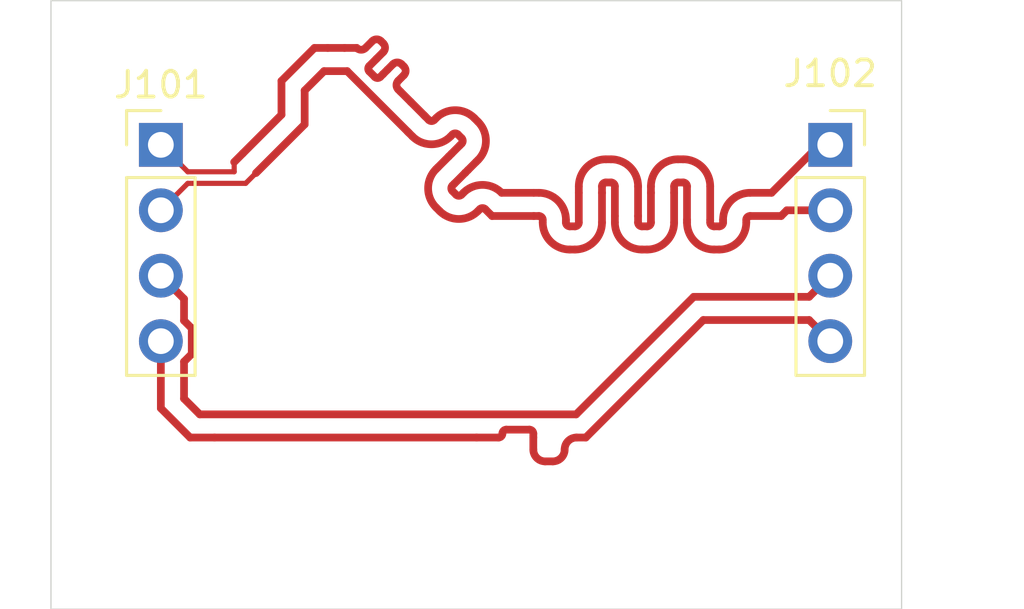
<source format=kicad_pcb>
(kicad_pcb (version 20240108) (generator "pcbnew") (generator_version "8.0")
  (layers (0 "F.Cu" signal) (31 "B.Cu" signal) (34 "B.Paste" user) (35 "F.Paste" user) (36 "B.SilkS" user "B.Silkscreen") (37 "F.SilkS" user "F.Silkscreen") (38 "B.Mask" user) (39 "F.Mask" user) (44 "Edge.Cuts" user))
  (net 0 "")
  (net 1 "/TEST2_P")
  (net 2 "/TEST1_P")
  (net 3 "/TEST1_N")
  (net 4 "/TEST2_N")
  (footprint "Connector_PinHeader_2.54mm:PinHeader_1x04_P2.54mm_Vertical" (layer "F.Cu") (at 88.085 -712.968)
    (property "Reference" "J101" (at 0 -2.33 0) (layer "F.SilkS"))
    (property "Value" "Conn_01x04_Pin")
    (fp_line (start -1.33 -1.33) (end 0 -1.33) (stroke (width 0.12)) (layer "F.SilkS"))
    (fp_line (start -1.33 0) (end -1.33 -1.33) (stroke (width 0.12)) (layer "F.SilkS"))
    (fp_line (start -1.33 1.27) (end -1.33 8.95) (stroke (width 0.12)) (layer "F.SilkS"))
    (fp_line (start -1.33 1.27) (end 1.33 1.27) (stroke (width 0.12)) (layer "F.SilkS"))
    (fp_line (start -1.33 8.95) (end 1.33 8.95) (stroke (width 0.12)) (layer "F.SilkS"))
    (fp_line (start 1.33 1.27) (end 1.33 8.95) (stroke (width 0.12)) (layer "F.SilkS"))
    (pad "1" thru_hole rect (at 0 0) (size 1.7 1.7) (drill 1) (layers "*.Cu" "*.Mask") (net 3 "/TEST1_N"))
    (pad "2" thru_hole oval (at 0 2.54) (size 1.7 1.7) (drill 1) (layers "*.Cu" "*.Mask") (net 2 "/TEST1_P"))
    (pad "3" thru_hole oval (at 0 5.08) (size 1.7 1.7) (drill 1) (layers "*.Cu" "*.Mask") (net 1 "/TEST2_P"))
    (pad "4" thru_hole oval (at 0 7.62) (size 1.7 1.7) (drill 1) (layers "*.Cu" "*.Mask") (net 4 "/TEST2_N"))
  )
  (footprint "Connector_PinSocket_2.54mm:PinSocket_1x04_P2.54mm_Vertical" (layer "F.Cu") (at 114.071 -712.968)
    (property "Reference" "J102" (at 0 -2.77 0) (layer "F.SilkS"))
    (property "Value" "Conn_01x04_Socket")
    (fp_line (start -1.33 1.27) (end -1.33 8.95) (stroke (width 0.12)) (layer "F.SilkS"))
    (fp_line (start -1.33 1.27) (end 1.33 1.27) (stroke (width 0.12)) (layer "F.SilkS"))
    (fp_line (start -1.33 8.95) (end 1.33 8.95) (stroke (width 0.12)) (layer "F.SilkS"))
    (fp_line (start 0 -1.33) (end 1.33 -1.33) (stroke (width 0.12)) (layer "F.SilkS"))
    (fp_line (start 1.33 -1.33) (end 1.33 0) (stroke (width 0.12)) (layer "F.SilkS"))
    (fp_line (start 1.33 1.27) (end 1.33 8.95) (stroke (width 0.12)) (layer "F.SilkS"))
    (pad "1" thru_hole rect (at 0 0) (size 1.7 1.7) (drill 1) (layers "*.Cu" "*.Mask") (net 3 "/TEST1_N"))
    (pad "2" thru_hole oval (at 0 2.54) (size 1.7 1.7) (drill 1) (layers "*.Cu" "*.Mask") (net 2 "/TEST1_P"))
    (pad "3" thru_hole oval (at 0 5.08) (size 1.7 1.7) (drill 1) (layers "*.Cu" "*.Mask") (net 1 "/TEST2_P"))
    (pad "4" thru_hole oval (at 0 7.62) (size 1.7 1.7) (drill 1) (layers "*.Cu" "*.Mask") (net 4 "/TEST2_N"))
  )
  (gr_rect (start 83.82 -718.566) (end 116.84 -694.944) (stroke (width 0.05)) (fill none) (layer "Edge.Cuts"))
  (segment (start 113.251001 -707.068001) (end 114.071 -707.888) (width 0.3) (layer "F.Cu") (net 1))
  (segment (start 89.285 -705.845057) (end 89.285 -704.850943) (width 0.3) (layer "F.Cu") (net 1))
  (segment (start 88.985 -706.145057) (end 89.285 -705.845057) (width 0.3) (layer "F.Cu") (net 1))
  (segment (start 89.594398 -702.506) (end 104.207602 -702.506) (width 0.3) (layer "F.Cu") (net 1))
  (segment (start 88.985 -706.988) (end 88.985 -706.145057) (width 0.3) (layer "F.Cu") (net 1))
  (segment (start 89.285 -704.850943) (end 88.985 -704.550943) (width 0.3) (layer "F.Cu") (net 1))
  (segment (start 88.985 -703.115398) (end 89.594398 -702.506) (width 0.3) (layer "F.Cu") (net 1))
  (segment (start 88.085 -707.888) (end 88.985 -706.988) (width 0.3) (layer "F.Cu") (net 1))
  (segment (start 104.207602 -702.506) (end 108.769603 -707.068001) (width 0.3) (layer "F.Cu") (net 1))
  (segment (start 88.985 -704.550943) (end 88.985 -703.115398) (width 0.3) (layer "F.Cu") (net 1))
  (segment (start 108.769603 -707.068001) (end 113.251001 -707.068001) (width 0.3) (layer "F.Cu") (net 1))
  (segment (start 105.709965 -709.954378) (end 105.709965 -710.205878) (width 0.3) (layer "F.Cu") (net 2))
  (segment (start 105.559965 -711.507378) (end 105.359965 -711.507378) (width 0.3) (layer "F.Cu") (net 2))
  (segment (start 112.164276 -710.205878) (end 110.959965 -710.205878) (width 0.3) (layer "F.Cu") (net 2))
  (segment (start 99.263908 -712.520091) (end 99.369974 -712.626157) (width 0.3) (layer "F.Cu") (net 2))
  (segment (start 108.009965 -711.105878) (end 108.009965 -709.954378) (width 0.3) (layer "F.Cu") (net 2))
  (segment (start 114.071 -710.428) (end 112.386398 -710.428) (width 0.3) (layer "F.Cu") (net 2))
  (segment (start 91.377123 -711.473) (end 91.778311 -711.874188) (width 0.2) (layer "F.Cu") (net 2))
  (segment (start 94.420398 -715.83) (end 93.668 -715.077602) (width 0.3) (layer "F.Cu") (net 2))
  (segment (start 89.13 -711.473) (end 91.377123 -711.473) (width 0.2) (layer "F.Cu") (net 2))
  (segment (start 108.509965 -710.055878) (end 108.509965 -711.357378) (width 0.3) (layer "F.Cu") (net 2))
  (segment (start 98.839646 -712.095829) (end 99.26391 -712.520093) (width 0.3) (layer "F.Cu") (net 2))
  (segment (start 102.909965 -709.954378) (end 102.909965 -710.055878) (width 0.3) (layer "F.Cu") (net 2))
  (segment (start 109.759965 -708.904378) (end 109.559965 -708.904378) (width 0.3) (layer "F.Cu") (net 2))
  (segment (start 99.369974 -712.626157) (end 99.688173 -712.944355) (width 0.3) (layer "F.Cu") (net 2))
  (segment (start 88.085 -710.428) (end 89.13 -711.473) (width 0.2) (layer "F.Cu") (net 2))
  (segment (start 108.009965 -711.357378) (end 108.009965 -711.105878) (width 0.3) (layer "F.Cu") (net 2))
  (segment (start 93.668 -715.077602) (end 93.668 -713.763877) (width 0.3) (layer "F.Cu") (net 2))
  (segment (start 110.809965 -710.055878) (end 110.809965 -709.954378) (width 0.3) (layer "F.Cu") (net 2))
  (segment (start 99.688173 -712.944355) (end 99.759922 -713.016104) (width 0.3) (layer "F.Cu") (net 2))
  (segment (start 108.509965 -709.954378) (end 108.509965 -710.055878) (width 0.3) (layer "F.Cu") (net 2))
  (segment (start 105.209965 -711.357378) (end 105.209965 -711.105878) (width 0.3) (layer "F.Cu") (net 2))
  (segment (start 100.941724 -710.205878) (end 100.678123 -710.469481) (width 0.3) (layer "F.Cu") (net 2))
  (segment (start 93.668 -713.763877) (end 91.778311 -711.874188) (width 0.3) (layer "F.Cu") (net 2))
  (segment (start 100.465991 -710.469481) (end 100.39422 -710.39771) (width 0.3) (layer "F.Cu") (net 2))
  (segment (start 97.708274 -713.439329) (end 97.662928 -713.484674) (width 0.3) (layer "F.Cu") (net 2))
  (segment (start 98.909296 -710.39771) (end 98.767874 -710.539133) (width 0.3) (layer "F.Cu") (net 2))
  (segment (start 106.959965 -708.904378) (end 106.759965 -708.904378) (width 0.3) (layer "F.Cu") (net 2))
  (segment (start 97.849694 -713.297907) (end 97.708274 -713.439329) (width 0.3) (layer "F.Cu") (net 2))
  (segment (start 99.406368 -713.369657) (end 99.334618 -713.297907) (width 0.3) (layer "F.Cu") (net 2))
  (segment (start 97.662928 -713.484674) (end 95.317602 -715.83) (width 0.3) (layer "F.Cu") (net 2))
  (segment (start 98.767874 -712.024057) (end 98.839646 -712.095829) (width 0.3) (layer "F.Cu") (net 2))
  (segment (start 105.209965 -711.105878) (end 105.209965 -709.954378) (width 0.3) (layer "F.Cu") (net 2))
  (segment (start 99.759922 -713.228236) (end 99.6185 -713.369657) (width 0.3) (layer "F.Cu") (net 2))
  (segment (start 112.386398 -710.428) (end 112.164276 -710.205878) (width 0.3) (layer "F.Cu") (net 2))
  (segment (start 95.317602 -715.83) (end 94.420398 -715.83) (width 0.3) (layer "F.Cu") (net 2))
  (segment (start 102.759965 -710.205878) (end 102.559965 -710.205878) (width 0.3) (layer "F.Cu") (net 2))
  (segment (start 105.709965 -710.205878) (end 105.709965 -711.357378) (width 0.3) (layer "F.Cu") (net 2))
  (segment (start 104.159965 -708.904378) (end 103.959965 -708.904378) (width 0.3) (layer "F.Cu") (net 2))
  (segment (start 99.26391 -712.520093) (end 99.263908 -712.520091) (width 0.3) (layer "F.Cu") (net 2))
  (segment (start 108.359965 -711.507378) (end 108.159965 -711.507378) (width 0.3) (layer "F.Cu") (net 2))
  (segment (start 102.559965 -710.205878) (end 100.941724 -710.205878) (width 0.3) (layer "F.Cu") (net 2))
  (arc (start 109.559965 -708.904378) (mid 108.817503 -709.211916) (end 108.509965 -709.954378) (width 0.3) (layer "F.Cu") (net 2))
  (arc (start 110.959965 -710.205878) (mid 110.853899 -710.161944) (end 110.809965 -710.055878) (width 0.3) (layer "F.Cu") (net 2))
  (arc (start 99.6185 -713.369657) (mid 99.512434 -713.413591) (end 99.406368 -713.369657) (width 0.3) (layer "F.Cu") (net 2))
  (arc (start 106.759965 -708.904378) (mid 106.017503 -709.211916) (end 105.709965 -709.954378) (width 0.3) (layer "F.Cu") (net 2))
  (arc (start 110.809965 -709.954378) (mid 110.502427 -709.211916) (end 109.759965 -708.904378) (width 0.3) (layer "F.Cu") (net 2))
  (arc (start 105.209965 -709.954378) (mid 104.902427 -709.211916) (end 104.159965 -708.904378) (width 0.3) (layer "F.Cu") (net 2))
  (arc (start 108.509965 -711.357378) (mid 108.466031 -711.463444) (end 108.359965 -711.507378) (width 0.3) (layer "F.Cu") (net 2))
  (arc (start 99.334618 -713.297907) (mid 98.592156 -712.990369) (end 97.849694 -713.297907) (width 0.3) (layer "F.Cu") (net 2))
  (arc (start 98.767874 -710.539133) (mid 98.460336 -711.281595) (end 98.767874 -712.024057) (width 0.3) (layer "F.Cu") (net 2))
  (arc (start 105.709965 -711.357378) (mid 105.666031 -711.463444) (end 105.559965 -711.507378) (width 0.3) (layer "F.Cu") (net 2))
  (arc (start 99.759922 -713.016104) (mid 99.803856 -713.12217) (end 99.759922 -713.228236) (width 0.3) (layer "F.Cu") (net 2))
  (arc (start 103.959965 -708.904378) (mid 103.217503 -709.211916) (end 102.909965 -709.954378) (width 0.3) (layer "F.Cu") (net 2))
  (arc (start 105.359965 -711.507378) (mid 105.253899 -711.463444) (end 105.209965 -711.357378) (width 0.3) (layer "F.Cu") (net 2))
  (arc (start 100.39422 -710.39771) (mid 99.651758 -710.090172) (end 98.909296 -710.39771) (width 0.3) (layer "F.Cu") (net 2))
  (arc (start 100.678123 -710.469481) (mid 100.572057 -710.513415) (end 100.465991 -710.469481) (width 0.3) (layer "F.Cu") (net 2))
  (arc (start 108.009965 -709.954378) (mid 107.702427 -709.211916) (end 106.959965 -708.904378) (width 0.3) (layer "F.Cu") (net 2))
  (arc (start 102.909965 -710.055878) (mid 102.866031 -710.161944) (end 102.759965 -710.205878) (width 0.3) (layer "F.Cu") (net 2))
  (arc (start 108.159965 -711.507378) (mid 108.053899 -711.463444) (end 108.009965 -711.357378) (width 0.3) (layer "F.Cu") (net 2))
  (segment (start 96.708633 -715.711765) (end 96.878339 -715.881471) (width 0.3) (layer "F.Cu") (net 3))
  (segment (start 96.632509 -716.993286) (end 96.717361 -716.908435) (width 0.3) (layer "F.Cu") (net 3))
  (segment (start 98.48609 -713.934303) (end 98.34467 -714.075725) (width 0.3) (layer "F.Cu") (net 3))
  (segment (start 91.270664 -712.639336) (end 90.932 -712.300672) (width 0.3) (layer "F.Cu") (net 3))
  (segment (start 96.717361 -716.569023) (end 96.454075 -716.305737) (width 0.3) (layer "F.Cu") (net 3))
  (segment (start 107.109965 -711.357378) (end 107.109965 -711.105878) (width 0.3) (layer "F.Cu") (net 3))
  (segment (start 97.432156 -716.095875) (end 97.51701 -716.011022) (width 0.3) (layer "F.Cu") (net 3))
  (segment (start 109.909965 -710.055878) (end 109.909965 -709.954378) (width 0.3) (layer "F.Cu") (net 3))
  (segment (start 100.006371 -711.98976) (end 100.324569 -712.307959) (width 0.3) (layer "F.Cu") (net 3))
  (segment (start 106.959965 -709.804378) (end 106.759965 -709.804378) (width 0.3) (layer "F.Cu") (net 3))
  (segment (start 114.071 -712.968) (end 113.653602 -712.968) (width 0.3) (layer "F.Cu") (net 3))
  (segment (start 91.270664 -712.639336) (end 92.768 -714.136673) (width 0.3) (layer "F.Cu") (net 3))
  (segment (start 97.517011 -715.67161) (end 97.302607 -715.457206) (width 0.3) (layer "F.Cu") (net 3))
  (segment (start 99.545691 -711.034108) (end 99.404271 -711.175529) (width 0.3) (layer "F.Cu") (net 3))
  (segment (start 96.178301 -715.817831) (end 96.390433 -715.605698) (width 0.3) (layer "F.Cu") (net 3))
  (segment (start 102.559965 -711.105878) (end 101.31452 -711.105878) (width 0.3) (layer "F.Cu") (net 3))
  (segment (start 104.309965 -711.105878) (end 104.309965 -709.954378) (width 0.3) (layer "F.Cu") (net 3))
  (segment (start 96.454075 -716.305737) (end 96.178301 -716.029963) (width 0.3) (layer "F.Cu") (net 3))
  (segment (start 99.404271 -711.387661) (end 99.476043 -711.459433) (width 0.3) (layer "F.Cu") (net 3))
  (segment (start 107.109965 -711.105878) (end 107.109965 -709.954378) (width 0.3) (layer "F.Cu") (net 3))
  (segment (start 100.396318 -713.864632) (end 100.254896 -714.006053) (width 0.3) (layer "F.Cu") (net 3))
  (segment (start 97.302606 -715.117796) (end 97.387458 -715.032941) (width 0.3) (layer "F.Cu") (net 3))
  (segment (start 104.309965 -711.357378) (end 104.309965 -711.105878) (width 0.3) (layer "F.Cu") (net 3))
  (segment (start 96.602565 -715.605698) (end 96.708631 -715.711764) (width 0.3) (layer "F.Cu") (net 3))
  (segment (start 104.159965 -709.804378) (end 103.959965 -709.804378) (width 0.3) (layer "F.Cu") (net 3))
  (segment (start 99.476043 -711.459433) (end 99.900307 -711.883697) (width 0.3) (layer "F.Cu") (net 3))
  (segment (start 90.932 -711.923) (end 90.932 -712.300672) (width 0.2) (layer "F.Cu") (net 3))
  (segment (start 106.609965 -709.954378) (end 106.609965 -710.205878) (width 0.3) (layer "F.Cu") (net 3))
  (segment (start 94.047602 -716.73) (end 94.565647 -716.73) (width 0.3) (layer "F.Cu") (net 3))
  (segment (start 96.708631 -715.711764) (end 96.708633 -715.711765) (width 0.3) (layer "F.Cu") (net 3))
  (segment (start 108.359965 -712.407378) (end 108.159965 -712.407378) (width 0.3) (layer "F.Cu") (net 3))
  (segment (start 89.13 -711.923) (end 90.932 -711.923) (width 0.2) (layer "F.Cu") (net 3))
  (segment (start 113.653602 -712.968) (end 111.79148 -711.105878) (width 0.3) (layer "F.Cu") (net 3))
  (segment (start 100.324569 -712.307959) (end 100.396318 -712.379708) (width 0.3) (layer "F.Cu") (net 3))
  (segment (start 88.085 -712.968) (end 89.13 -711.923) (width 0.2) (layer "F.Cu") (net 3))
  (segment (start 99.829594 -711.105879) (end 99.757823 -711.034108) (width 0.3) (layer "F.Cu") (net 3))
  (segment (start 99.900307 -711.883697) (end 99.900305 -711.883694) (width 0.3) (layer "F.Cu") (net 3))
  (segment (start 103.809965 -709.954378) (end 103.809965 -710.055878) (width 0.3) (layer "F.Cu") (net 3))
  (segment (start 92.768 -715.450398) (end 94.047602 -716.73) (width 0.3) (layer "F.Cu") (net 3))
  (segment (start 92.768 -714.136673) (end 92.768 -715.450398) (width 0.3) (layer "F.Cu") (net 3))
  (segment (start 102.759965 -711.105878) (end 102.559965 -711.105878) (width 0.3) (layer "F.Cu") (net 3))
  (segment (start 109.759965 -709.804378) (end 109.559965 -709.804378) (width 0.3) (layer "F.Cu") (net 3))
  (segment (start 109.409965 -710.055878) (end 109.409965 -711.357378) (width 0.3) (layer "F.Cu") (net 3))
  (segment (start 109.409965 -709.954378) (end 109.409965 -710.055878) (width 0.3) (layer "F.Cu") (net 3))
  (segment (start 97.387458 -715.032941) (end 97.790537 -714.629861) (width 0.3) (layer "F.Cu") (net 3))
  (segment (start 94.565647 -716.73) (end 95.215647 -716.73) (width 0.3) (layer "F.Cu") (net 3))
  (segment (start 96.878339 -715.881471) (end 97.092744 -716.095876) (width 0.3) (layer "F.Cu") (net 3))
  (segment (start 95.215647 -716.73) (end 95.690398 -716.73) (width 0.3) (layer "F.Cu") (net 3))
  (segment (start 106.609965 -710.205878) (end 106.609965 -711.357378) (width 0.3) (layer "F.Cu") (net 3))
  (segment (start 97.790537 -714.629861) (end 98.299326 -714.121072) (width 0.3) (layer "F.Cu") (net 3))
  (segment (start 111.79148 -711.105878) (end 110.959965 -711.105878) (width 0.3) (layer "F.Cu") (net 3))
  (segment (start 98.34467 -714.075725) (end 98.299326 -714.121072) (width 0.3) (layer "F.Cu") (net 3))
  (segment (start 105.559965 -712.407378) (end 105.359965 -712.407378) (width 0.3) (layer "F.Cu") (net 3))
  (segment (start 99.900305 -711.883694) (end 100.006371 -711.98976) (width 0.3) (layer "F.Cu") (net 3))
  (segment (start 98.769972 -714.006053) (end 98.698222 -713.934303) (width 0.3) (layer "F.Cu") (net 3))
  (segment (start 96.02981 -716.73) (end 96.293097 -716.993287) (width 0.3) (layer "F.Cu") (net 3))
  (arc (start 96.178301 -716.029963) (mid 96.134367 -715.923897) (end 96.178301 -715.817831) (width 0.3) (layer "F.Cu") (net 3))
  (arc (start 103.809965 -710.055878) (mid 103.502427 -710.79834) (end 102.759965 -711.105878) (width 0.3) (layer "F.Cu") (net 3))
  (arc (start 95.690398 -716.73) (mid 95.860105 -716.659704) (end 96.02981 -716.73) (width 0.3) (layer "F.Cu") (net 3))
  (arc (start 98.698222 -713.934303) (mid 98.592156 -713.890369) (end 98.48609 -713.934303) (width 0.3) (layer "F.Cu") (net 3))
  (arc (start 110.959965 -711.105878) (mid 110.217503 -710.79834) (end 109.909965 -710.055878) (width 0.3) (layer "F.Cu") (net 3))
  (arc (start 97.092744 -716.095876) (mid 97.262449 -716.166171) (end 97.432156 -716.095875) (width 0.3) (layer "F.Cu") (net 3))
  (arc (start 97.51701 -716.011022) (mid 97.587305 -715.841316) (end 97.517011 -715.67161) (width 0.3) (layer "F.Cu") (net 3))
  (arc (start 106.609965 -711.357378) (mid 106.302427 -712.09984) (end 105.559965 -712.407378) (width 0.3) (layer "F.Cu") (net 3))
  (arc (start 96.717361 -716.908435) (mid 96.787657 -716.738728) (end 96.717361 -716.569023) (width 0.3) (layer "F.Cu") (net 3))
  (arc (start 96.390433 -715.605698) (mid 96.496499 -715.561764) (end 96.602565 -715.605698) (width 0.3) (layer "F.Cu") (net 3))
  (arc (start 100.396318 -712.379708) (mid 100.703856 -713.12217) (end 100.396318 -713.864632) (width 0.3) (layer "F.Cu") (net 3))
  (arc (start 100.254896 -714.006053) (mid 99.512434 -714.313591) (end 98.769972 -714.006053) (width 0.3) (layer "F.Cu") (net 3))
  (arc (start 109.909965 -709.954378) (mid 109.866031 -709.848312) (end 109.759965 -709.804378) (width 0.3) (layer "F.Cu") (net 3))
  (arc (start 96.293097 -716.993287) (mid 96.462802 -717.063582) (end 96.632509 -716.993286) (width 0.3) (layer "F.Cu") (net 3))
  (arc (start 105.359965 -712.407378) (mid 104.617503 -712.09984) (end 104.309965 -711.357378) (width 0.3) (layer "F.Cu") (net 3))
  (arc (start 99.404271 -711.175529) (mid 99.360337 -711.281595) (end 99.404271 -711.387661) (width 0.3) (layer "F.Cu") (net 3))
  (arc (start 101.31452 -711.105878) (mid 100.572058 -711.413416) (end 99.829594 -711.105879) (width 0.3) (layer "F.Cu") (net 3))
  (arc (start 106.759965 -709.804378) (mid 106.653899 -709.848312) (end 106.609965 -709.954378) (width 0.3) (layer "F.Cu") (net 3))
  (arc (start 97.302607 -715.457206) (mid 97.232313 -715.2875) (end 97.302606 -715.117796) (width 0.3) (layer "F.Cu") (net 3))
  (arc (start 99.757823 -711.034108) (mid 99.651757 -710.990174) (end 99.545691 -711.034108) (width 0.3) (layer "F.Cu") (net 3))
  (arc (start 103.959965 -709.804378) (mid 103.853899 -709.848312) (end 103.809965 -709.954378) (width 0.3) (layer "F.Cu") (net 3))
  (arc (start 107.109965 -709.954378) (mid 107.066031 -709.848312) (end 106.959965 -709.804378) (width 0.3) (layer "F.Cu") (net 3))
  (arc (start 108.159965 -712.407378) (mid 107.417503 -712.09984) (end 107.109965 -711.357378) (width 0.3) (layer "F.Cu") (net 3))
  (arc (start 109.559965 -709.804378) (mid 109.453899 -709.848312) (end 109.409965 -709.954378) (width 0.3) (layer "F.Cu") (net 3))
  (arc (start 109.409965 -711.357378) (mid 109.102427 -712.09984) (end 108.359965 -712.407378) (width 0.3) (layer "F.Cu") (net 3))
  (arc (start 104.309965 -709.954378) (mid 104.266031 -709.848312) (end 104.159965 -709.804378) (width 0.3) (layer "F.Cu") (net 3))
  (segment (start 90.17 -701.606) (end 89.221602 -701.606) (width 0.3) (layer "F.Cu") (net 4))
  (segment (start 100.343669 -701.606) (end 90.17 -701.606) (width 0.3) (layer "F.Cu") (net 4))
  (segment (start 113.251001 -706.167999) (end 109.142397 -706.167999) (width 0.3) (layer "F.Cu") (net 4))
  (segment (start 88.085 -702.742602) (end 88.085 -705.348) (width 0.3) (layer "F.Cu") (net 4))
  (segment (start 109.142397 -706.167999) (end 104.580398 -701.606) (width 0.3) (layer "F.Cu") (net 4))
  (segment (start 101.190548 -701.606) (end 100.343669 -701.606) (width 0.3) (layer "F.Cu") (net 4))
  (segment (start 103.298397 -700.680728) (end 103.006305 -700.680728) (width 0.3) (layer "F.Cu") (net 4))
  (segment (start 102.390548 -701.912242) (end 101.49679 -701.912242) (width 0.3) (layer "F.Cu") (net 4))
  (segment (start 114.071 -705.348) (end 113.251001 -706.167999) (width 0.3) (layer "F.Cu") (net 4))
  (segment (start 102.543669 -701.606) (end 102.543669 -701.759121) (width 0.3) (layer "F.Cu") (net 4))
  (segment (start 104.580398 -701.606) (end 104.223669 -701.606) (width 0.3) (layer "F.Cu") (net 4))
  (segment (start 89.221602 -701.606) (end 88.085 -702.742602) (width 0.3) (layer "F.Cu") (net 4))
  (segment (start 102.543669 -701.143364) (end 102.543669 -701.606) (width 0.3) (layer "F.Cu") (net 4))
  (arc (start 103.761033 -701.143364) (mid 103.62553 -700.816231) (end 103.298397 -700.680728) (width 0.3) (layer "F.Cu") (net 4))
  (arc (start 104.223669 -701.606) (mid 103.896536 -701.470497) (end 103.761033 -701.143364) (width 0.3) (layer "F.Cu") (net 4))
  (arc (start 101.49679 -701.912242) (mid 101.388517 -701.867394) (end 101.343669 -701.759121) (width 0.3) (layer "F.Cu") (net 4))
  (arc (start 101.343669 -701.759121) (mid 101.298821 -701.650848) (end 101.190548 -701.606) (width 0.3) (layer "F.Cu") (net 4))
  (arc (start 103.006305 -700.680728) (mid 102.679172 -700.816231) (end 102.543669 -701.143364) (width 0.3) (layer "F.Cu") (net 4))
  (arc (start 102.543669 -701.759121) (mid 102.498821 -701.867394) (end 102.390548 -701.912242) (width 0.3) (layer "F.Cu") (net 4))
)
</source>
